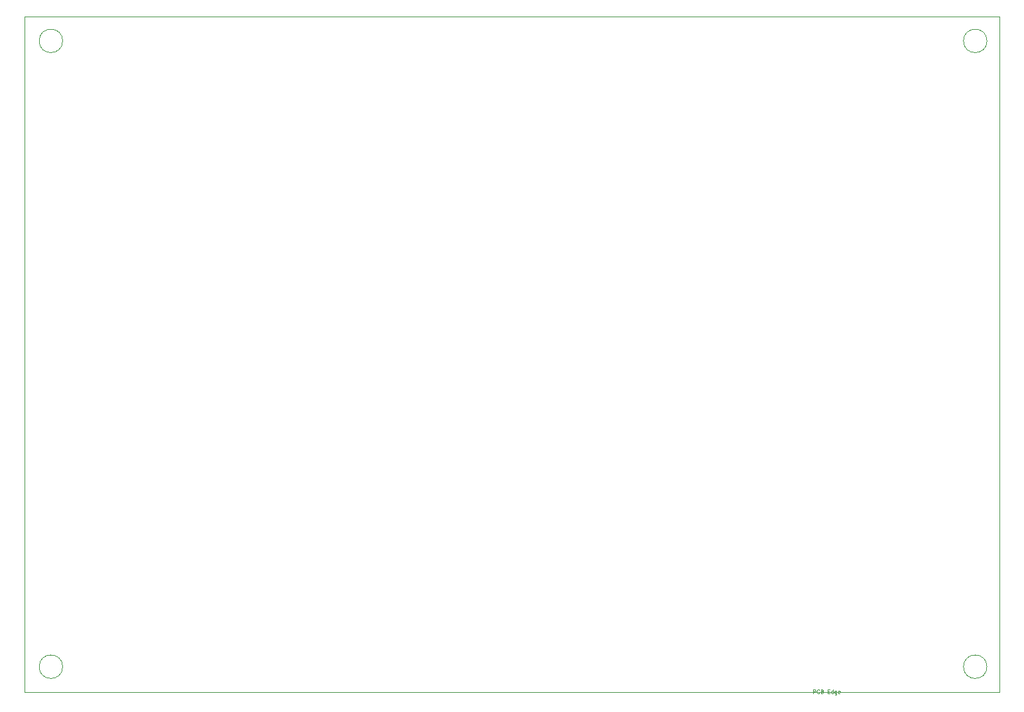
<source format=gbr>
%TF.GenerationSoftware,KiCad,Pcbnew,5.1.7+dfsg1-1~bpo10+1*%
%TF.CreationDate,2020-11-15T21:32:23+00:00*%
%TF.ProjectId,piggyback,70696767-7962-4616-936b-2e6b69636164,rev?*%
%TF.SameCoordinates,Original*%
%TF.FileFunction,OtherDrawing,Comment*%
%FSLAX45Y45*%
G04 Gerber Fmt 4.5, Leading zero omitted, Abs format (unit mm)*
G04 Created by KiCad (PCBNEW 5.1.7+dfsg1-1~bpo10+1) date 2020-11-15 21:32:23*
%MOMM*%
%LPD*%
G01*
G04 APERTURE LIST*
%TA.AperFunction,Profile*%
%ADD10C,0.050000*%
%TD*%
%ADD11C,0.080000*%
G04 APERTURE END LIST*
D10*
X16350000Y-14150000D02*
G75*
G03*
X16350000Y-14150000I-150000J0D01*
G01*
X16350000Y-6150000D02*
G75*
G03*
X16350000Y-6150000I-150000J0D01*
G01*
X4550000Y-6150000D02*
G75*
G03*
X4550000Y-6150000I-150000J0D01*
G01*
X4550000Y-14150000D02*
G75*
G03*
X4550000Y-14150000I-150000J0D01*
G01*
X16510000Y-5842000D02*
X4064000Y-5842000D01*
X16510000Y-14478000D02*
X16510000Y-5842000D01*
X4064000Y-14478000D02*
X16510000Y-14478000D01*
X4064000Y-5842000D02*
X4064000Y-14478000D01*
D11*
X14128571Y-14491369D02*
X14128571Y-14441369D01*
X14147619Y-14441369D01*
X14152381Y-14443750D01*
X14154762Y-14446131D01*
X14157143Y-14450893D01*
X14157143Y-14458036D01*
X14154762Y-14462798D01*
X14152381Y-14465178D01*
X14147619Y-14467559D01*
X14128571Y-14467559D01*
X14207143Y-14486607D02*
X14204762Y-14488988D01*
X14197619Y-14491369D01*
X14192857Y-14491369D01*
X14185714Y-14488988D01*
X14180952Y-14484226D01*
X14178571Y-14479464D01*
X14176190Y-14469940D01*
X14176190Y-14462798D01*
X14178571Y-14453274D01*
X14180952Y-14448512D01*
X14185714Y-14443750D01*
X14192857Y-14441369D01*
X14197619Y-14441369D01*
X14204762Y-14443750D01*
X14207143Y-14446131D01*
X14245238Y-14465178D02*
X14252381Y-14467559D01*
X14254762Y-14469940D01*
X14257143Y-14474702D01*
X14257143Y-14481845D01*
X14254762Y-14486607D01*
X14252381Y-14488988D01*
X14247619Y-14491369D01*
X14228571Y-14491369D01*
X14228571Y-14441369D01*
X14245238Y-14441369D01*
X14250000Y-14443750D01*
X14252381Y-14446131D01*
X14254762Y-14450893D01*
X14254762Y-14455655D01*
X14252381Y-14460417D01*
X14250000Y-14462798D01*
X14245238Y-14465178D01*
X14228571Y-14465178D01*
X14316667Y-14465178D02*
X14333333Y-14465178D01*
X14340476Y-14491369D02*
X14316667Y-14491369D01*
X14316667Y-14441369D01*
X14340476Y-14441369D01*
X14383333Y-14491369D02*
X14383333Y-14441369D01*
X14383333Y-14488988D02*
X14378571Y-14491369D01*
X14369048Y-14491369D01*
X14364286Y-14488988D01*
X14361905Y-14486607D01*
X14359524Y-14481845D01*
X14359524Y-14467559D01*
X14361905Y-14462798D01*
X14364286Y-14460417D01*
X14369048Y-14458036D01*
X14378571Y-14458036D01*
X14383333Y-14460417D01*
X14428571Y-14458036D02*
X14428571Y-14498512D01*
X14426190Y-14503274D01*
X14423809Y-14505655D01*
X14419048Y-14508036D01*
X14411905Y-14508036D01*
X14407143Y-14505655D01*
X14428571Y-14488988D02*
X14423809Y-14491369D01*
X14414286Y-14491369D01*
X14409524Y-14488988D01*
X14407143Y-14486607D01*
X14404762Y-14481845D01*
X14404762Y-14467559D01*
X14407143Y-14462798D01*
X14409524Y-14460417D01*
X14414286Y-14458036D01*
X14423809Y-14458036D01*
X14428571Y-14460417D01*
X14471428Y-14488988D02*
X14466667Y-14491369D01*
X14457143Y-14491369D01*
X14452381Y-14488988D01*
X14450000Y-14484226D01*
X14450000Y-14465178D01*
X14452381Y-14460417D01*
X14457143Y-14458036D01*
X14466667Y-14458036D01*
X14471428Y-14460417D01*
X14473809Y-14465178D01*
X14473809Y-14469940D01*
X14450000Y-14474702D01*
M02*

</source>
